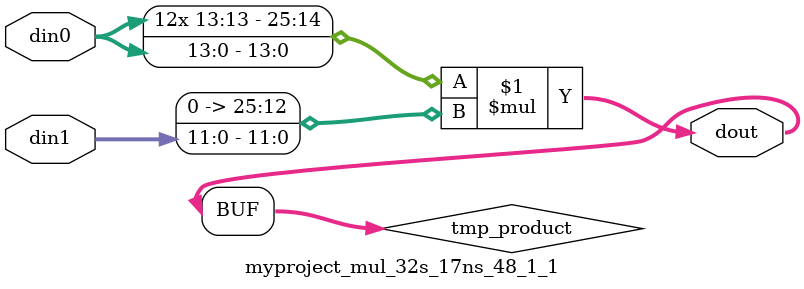
<source format=v>

`timescale 1 ns / 1 ps

  module myproject_mul_32s_17ns_48_1_1(din0, din1, dout);
parameter ID = 1;
parameter NUM_STAGE = 0;
parameter din0_WIDTH = 14;
parameter din1_WIDTH = 12;
parameter dout_WIDTH = 26;

input [din0_WIDTH - 1 : 0] din0; 
input [din1_WIDTH - 1 : 0] din1; 
output [dout_WIDTH - 1 : 0] dout;

wire signed [dout_WIDTH - 1 : 0] tmp_product;












assign tmp_product = $signed(din0) * $signed({1'b0, din1});









assign dout = tmp_product;







endmodule

</source>
